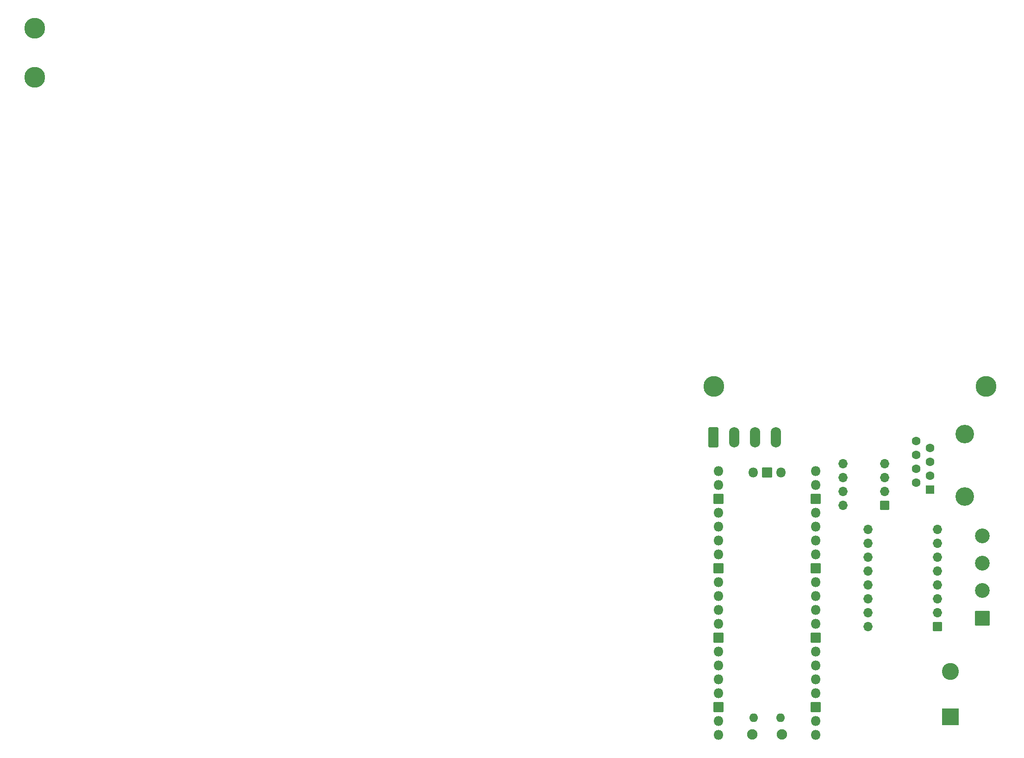
<source format=gbr>
%TF.GenerationSoftware,KiCad,Pcbnew,(7.0.0)*%
%TF.CreationDate,2023-03-12T14:29:51-04:00*%
%TF.ProjectId,PicoDMXStepper,5069636f-444d-4585-9374-65707065722e,v1*%
%TF.SameCoordinates,Original*%
%TF.FileFunction,Soldermask,Bot*%
%TF.FilePolarity,Negative*%
%FSLAX46Y46*%
G04 Gerber Fmt 4.6, Leading zero omitted, Abs format (unit mm)*
G04 Created by KiCad (PCBNEW (7.0.0)) date 2023-03-12 14:29:51*
%MOMM*%
%LPD*%
G01*
G04 APERTURE LIST*
G04 Aperture macros list*
%AMRoundRect*
0 Rectangle with rounded corners*
0 $1 Rounding radius*
0 $2 $3 $4 $5 $6 $7 $8 $9 X,Y pos of 4 corners*
0 Add a 4 corners polygon primitive as box body*
4,1,4,$2,$3,$4,$5,$6,$7,$8,$9,$2,$3,0*
0 Add four circle primitives for the rounded corners*
1,1,$1+$1,$2,$3*
1,1,$1+$1,$4,$5*
1,1,$1+$1,$6,$7*
1,1,$1+$1,$8,$9*
0 Add four rect primitives between the rounded corners*
20,1,$1+$1,$2,$3,$4,$5,0*
20,1,$1+$1,$4,$5,$6,$7,0*
20,1,$1+$1,$6,$7,$8,$9,0*
20,1,$1+$1,$8,$9,$2,$3,0*%
G04 Aperture macros list end*
%ADD10C,3.802000*%
%ADD11O,1.702000X1.702000*%
%ADD12RoundRect,0.051000X0.800000X0.800000X-0.800000X0.800000X-0.800000X-0.800000X0.800000X-0.800000X0*%
%ADD13O,1.902000X1.902000*%
%ADD14O,1.602000X1.602000*%
%ADD15O,1.802000X1.802000*%
%ADD16RoundRect,0.051000X0.850000X0.850000X-0.850000X0.850000X-0.850000X-0.850000X0.850000X-0.850000X0*%
%ADD17O,1.902000X3.702000*%
%ADD18RoundRect,0.301000X-0.650000X-1.550000X0.650000X-1.550000X0.650000X1.550000X-0.650000X1.550000X0*%
%ADD19RoundRect,0.051000X1.300000X-1.300000X1.300000X1.300000X-1.300000X1.300000X-1.300000X-1.300000X0*%
%ADD20C,2.702000*%
%ADD21C,3.402000*%
%ADD22RoundRect,0.051000X0.750000X-0.750000X0.750000X0.750000X-0.750000X0.750000X-0.750000X-0.750000X0*%
%ADD23C,1.602000*%
%ADD24C,3.102000*%
%ADD25RoundRect,0.051000X1.500000X-1.500000X1.500000X1.500000X-1.500000X1.500000X-1.500000X-1.500000X0*%
G04 APERTURE END LIST*
D10*
%TO.C,H4*%
X3975000Y-12925000D03*
%TD*%
%TO.C,H1*%
X3975000Y-3975000D03*
%TD*%
D11*
%TO.C,A1*%
X156389999Y-113489999D03*
X156389999Y-110949999D03*
X156389999Y-108409999D03*
X156389999Y-105869999D03*
X156389999Y-103329999D03*
X156389999Y-100789999D03*
X156389999Y-98249999D03*
X156389999Y-95709999D03*
X169089999Y-95709999D03*
X169089999Y-98249999D03*
X169089999Y-100789999D03*
X169089999Y-103329999D03*
X169089999Y-105869999D03*
X169089999Y-108409999D03*
X169089999Y-110949999D03*
D12*
X169090000Y-113490000D03*
%TD*%
D13*
%TO.C,U2*%
X140624999Y-133174999D03*
D14*
X140324999Y-130144999D03*
X135474999Y-130144999D03*
D13*
X135174999Y-133174999D03*
D15*
X146789999Y-133304999D03*
X146789999Y-130764999D03*
D16*
X146790000Y-128225000D03*
D15*
X146789999Y-125684999D03*
X146789999Y-123144999D03*
X146789999Y-120604999D03*
X146789999Y-118064999D03*
D16*
X146790000Y-115525000D03*
D15*
X146789999Y-112984999D03*
X146789999Y-110444999D03*
X146789999Y-107904999D03*
X146789999Y-105364999D03*
D16*
X146790000Y-102825000D03*
D15*
X146789999Y-100284999D03*
X146789999Y-97744999D03*
X146789999Y-95204999D03*
X146789999Y-92664999D03*
D16*
X146790000Y-90125000D03*
D15*
X146789999Y-87584999D03*
X146789999Y-85044999D03*
X129009999Y-85044999D03*
X129009999Y-87584999D03*
D16*
X129010000Y-90125000D03*
D15*
X129009999Y-92664999D03*
X129009999Y-95204999D03*
X129009999Y-97744999D03*
X129009999Y-100284999D03*
D16*
X129010000Y-102825000D03*
D15*
X129009999Y-105364999D03*
X129009999Y-107904999D03*
X129009999Y-110444999D03*
X129009999Y-112984999D03*
D16*
X129010000Y-115525000D03*
D15*
X129009999Y-118064999D03*
X129009999Y-120604999D03*
X129009999Y-123144999D03*
X129009999Y-125684999D03*
D16*
X129010000Y-128225000D03*
D15*
X129009999Y-130764999D03*
X129009999Y-133304999D03*
X140439999Y-85274999D03*
D16*
X137900000Y-85275000D03*
D15*
X135359999Y-85274999D03*
%TD*%
D17*
%TO.C,J4*%
X139529999Y-78824999D03*
X135719999Y-78824999D03*
X131909999Y-78824999D03*
D18*
X128100000Y-78825000D03*
%TD*%
D11*
%TO.C,SW2*%
X151804999Y-91299999D03*
X151804999Y-88759999D03*
X151804999Y-86219999D03*
X151804999Y-83679999D03*
X159424999Y-83679999D03*
X159424999Y-86219999D03*
X159424999Y-88759999D03*
D12*
X159425000Y-91300000D03*
%TD*%
D19*
%TO.C,J3*%
X177250000Y-111900000D03*
D20*
X177250000Y-106900000D03*
X177250000Y-101900000D03*
X177250000Y-96900000D03*
%TD*%
D21*
%TO.C,J2*%
X174050000Y-78222500D03*
X174050000Y-89652500D03*
D22*
X167700000Y-88382500D03*
D23*
X165160000Y-87112500D03*
X167700000Y-85842500D03*
X165160000Y-84572500D03*
X167700000Y-83302500D03*
X165160000Y-82032500D03*
X167700000Y-80762500D03*
X165160000Y-79492500D03*
%TD*%
D24*
%TO.C,J1*%
X171463800Y-121698040D03*
D25*
X171463800Y-129947960D03*
%TD*%
D10*
%TO.C,H3*%
X128175000Y-69525000D03*
%TD*%
%TO.C,H2*%
X177925000Y-69550000D03*
%TD*%
G36*
X169944931Y-128398205D02*
G01*
X169945899Y-128399872D01*
X169945011Y-128401582D01*
X169928472Y-128412632D01*
X169917643Y-128428840D01*
X169914800Y-128443135D01*
X169914801Y-131452982D01*
X169914801Y-131452983D01*
X169913981Y-131454598D01*
X169912193Y-131454888D01*
X169910904Y-131453615D01*
X169910903Y-131453612D01*
X169910800Y-131452980D01*
X169910800Y-128442937D01*
X169910838Y-128442547D01*
X169913797Y-128427670D01*
X169914096Y-128426949D01*
X169925368Y-128410080D01*
X169925920Y-128409528D01*
X169942787Y-128398257D01*
X169943004Y-128398131D01*
X169943006Y-128398130D01*
X169944931Y-128398205D01*
G37*
G36*
X172970554Y-128395960D02*
G01*
X172970554Y-128397960D01*
X172968822Y-128398960D01*
X169958976Y-128398960D01*
X169949272Y-128400890D01*
X169947378Y-128400247D01*
X169946988Y-128398285D01*
X169948492Y-128396966D01*
X169958389Y-128394998D01*
X169958779Y-128394960D01*
X172968822Y-128394960D01*
X172970554Y-128395960D01*
G37*
G36*
X175931131Y-110550245D02*
G01*
X175932099Y-110551912D01*
X175931211Y-110553622D01*
X175914672Y-110564672D01*
X175903843Y-110580880D01*
X175901000Y-110595175D01*
X175901001Y-113205022D01*
X175901001Y-113205023D01*
X175900181Y-113206638D01*
X175898393Y-113206928D01*
X175897104Y-113205655D01*
X175897103Y-113205652D01*
X175897000Y-113205020D01*
X175897000Y-110594977D01*
X175897038Y-110594587D01*
X175899997Y-110579710D01*
X175900296Y-110578989D01*
X175911568Y-110562120D01*
X175912120Y-110561568D01*
X175928987Y-110550297D01*
X175929204Y-110550171D01*
X175929206Y-110550170D01*
X175931131Y-110550245D01*
G37*
G36*
X178556754Y-110548000D02*
G01*
X178556754Y-110550000D01*
X178555022Y-110551000D01*
X175945176Y-110551000D01*
X175935472Y-110552930D01*
X175933578Y-110552287D01*
X175933188Y-110550325D01*
X175934692Y-110549006D01*
X175944589Y-110547038D01*
X175944979Y-110547000D01*
X178555022Y-110547000D01*
X178556754Y-110548000D01*
G37*
G36*
X177139727Y-105547906D02*
G01*
X177139885Y-105549803D01*
X177138382Y-105550973D01*
X176917705Y-105587797D01*
X176706255Y-105660388D01*
X176509635Y-105766793D01*
X176333218Y-105904105D01*
X176181799Y-106068588D01*
X176059525Y-106255743D01*
X175969720Y-106460480D01*
X175914838Y-106677203D01*
X175896376Y-106900000D01*
X175914838Y-107122796D01*
X175969720Y-107339519D01*
X176059525Y-107544256D01*
X176181799Y-107731411D01*
X176333218Y-107895894D01*
X176509635Y-108033206D01*
X176706255Y-108139611D01*
X176917705Y-108212202D01*
X177138382Y-108249027D01*
X177139885Y-108250197D01*
X177139727Y-108252094D01*
X177138053Y-108253000D01*
X177138051Y-108253000D01*
X177137722Y-108252973D01*
X176916883Y-108216121D01*
X176916563Y-108216040D01*
X176704800Y-108143342D01*
X176704497Y-108143209D01*
X176507590Y-108036648D01*
X176507314Y-108036467D01*
X176330630Y-107898949D01*
X176330387Y-107898726D01*
X176178744Y-107733998D01*
X176178541Y-107733737D01*
X176056084Y-107546303D01*
X176055926Y-107546012D01*
X175965989Y-107340974D01*
X175965882Y-107340662D01*
X175910919Y-107123620D01*
X175910865Y-107123294D01*
X175892376Y-106900165D01*
X175892376Y-106899835D01*
X175910865Y-106676705D01*
X175910919Y-106676379D01*
X175965882Y-106459337D01*
X175965989Y-106459025D01*
X176055926Y-106253987D01*
X176056084Y-106253696D01*
X176178541Y-106066262D01*
X176178744Y-106066001D01*
X176330387Y-105901273D01*
X176330630Y-105901050D01*
X176507314Y-105763532D01*
X176507590Y-105763351D01*
X176704497Y-105656790D01*
X176704800Y-105656657D01*
X176916563Y-105583959D01*
X176916883Y-105583878D01*
X177137722Y-105547027D01*
X177138051Y-105547000D01*
X177138053Y-105547000D01*
X177139727Y-105547906D01*
G37*
G36*
X177139727Y-100547906D02*
G01*
X177139885Y-100549803D01*
X177138382Y-100550973D01*
X176917705Y-100587797D01*
X176706255Y-100660388D01*
X176509635Y-100766793D01*
X176333218Y-100904105D01*
X176181799Y-101068588D01*
X176059525Y-101255743D01*
X175969720Y-101460480D01*
X175914838Y-101677203D01*
X175896376Y-101899999D01*
X175914838Y-102122796D01*
X175969720Y-102339519D01*
X176059525Y-102544256D01*
X176181799Y-102731411D01*
X176333218Y-102895894D01*
X176509635Y-103033206D01*
X176706255Y-103139611D01*
X176917705Y-103212202D01*
X177138382Y-103249027D01*
X177139885Y-103250197D01*
X177139727Y-103252094D01*
X177138053Y-103253000D01*
X177138051Y-103253000D01*
X177137722Y-103252973D01*
X176916883Y-103216121D01*
X176916563Y-103216040D01*
X176704800Y-103143342D01*
X176704497Y-103143209D01*
X176507590Y-103036648D01*
X176507314Y-103036467D01*
X176330630Y-102898949D01*
X176330387Y-102898726D01*
X176178744Y-102733998D01*
X176178541Y-102733737D01*
X176056084Y-102546303D01*
X176055926Y-102546012D01*
X175965989Y-102340974D01*
X175965882Y-102340662D01*
X175910919Y-102123620D01*
X175910865Y-102123294D01*
X175892376Y-101900164D01*
X175892376Y-101899834D01*
X175910865Y-101676705D01*
X175910919Y-101676379D01*
X175965882Y-101459337D01*
X175965989Y-101459025D01*
X176055926Y-101253987D01*
X176056084Y-101253696D01*
X176178541Y-101066262D01*
X176178744Y-101066001D01*
X176330387Y-100901273D01*
X176330630Y-100901050D01*
X176507314Y-100763532D01*
X176507590Y-100763351D01*
X176704497Y-100656790D01*
X176704800Y-100656657D01*
X176916563Y-100583959D01*
X176916883Y-100583878D01*
X177137722Y-100547027D01*
X177138051Y-100547000D01*
X177138053Y-100547000D01*
X177139727Y-100547906D01*
G37*
G36*
X177139727Y-95547906D02*
G01*
X177139885Y-95549803D01*
X177138382Y-95550973D01*
X176917705Y-95587797D01*
X176706255Y-95660388D01*
X176509635Y-95766793D01*
X176333218Y-95904105D01*
X176181799Y-96068588D01*
X176059525Y-96255743D01*
X175969720Y-96460480D01*
X175914838Y-96677203D01*
X175896376Y-96900000D01*
X175914838Y-97122796D01*
X175969720Y-97339519D01*
X176059525Y-97544256D01*
X176181799Y-97731411D01*
X176333218Y-97895894D01*
X176509635Y-98033206D01*
X176706255Y-98139611D01*
X176917705Y-98212202D01*
X177138382Y-98249027D01*
X177139885Y-98250197D01*
X177139727Y-98252094D01*
X177138053Y-98253000D01*
X177138051Y-98253000D01*
X177137722Y-98252973D01*
X176916883Y-98216121D01*
X176916563Y-98216040D01*
X176704800Y-98143342D01*
X176704497Y-98143209D01*
X176507590Y-98036648D01*
X176507314Y-98036467D01*
X176330630Y-97898949D01*
X176330387Y-97898726D01*
X176178744Y-97733998D01*
X176178541Y-97733737D01*
X176056084Y-97546303D01*
X176055926Y-97546012D01*
X175965989Y-97340974D01*
X175965882Y-97340662D01*
X175910919Y-97123620D01*
X175910865Y-97123294D01*
X175892376Y-96900164D01*
X175892376Y-96899834D01*
X175910865Y-96676705D01*
X175910919Y-96676379D01*
X175965882Y-96459337D01*
X175965989Y-96459025D01*
X176055926Y-96253987D01*
X176056084Y-96253696D01*
X176178541Y-96066262D01*
X176178744Y-96066001D01*
X176330387Y-95901273D01*
X176330630Y-95901050D01*
X176507314Y-95763532D01*
X176507590Y-95763351D01*
X176704497Y-95656790D01*
X176704800Y-95656657D01*
X176916563Y-95583959D01*
X176916883Y-95583878D01*
X177137722Y-95547027D01*
X177138051Y-95547000D01*
X177138053Y-95547000D01*
X177139727Y-95547906D01*
G37*
M02*

</source>
